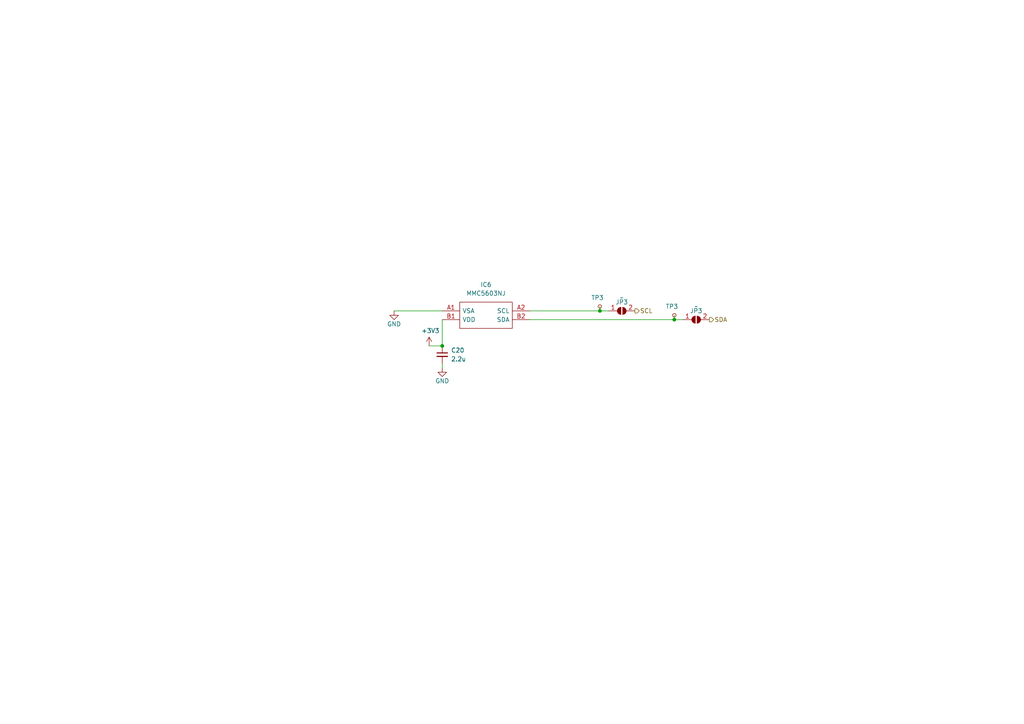
<source format=kicad_sch>
(kicad_sch (version 20230121) (generator eeschema)
  (paper "A4")
  (title_block (title "Avionics Flight Computer") (date "2023-09-04") (rev "1.0") (company "By: Dylan Haussecker"))
  (lib_symbols
    (symbol "Connector:TestPoint_Small" (pin_numbers hide) (pin_names (offset 0.762) hide)
      (property "Reference" "TP" (at 0 3.81 0))
      (property "Value" "TestPoint_Small" (at 0 2.032 0))
      (symbol "TestPoint_Small_0_1"
        (circle (center 0 0) (radius 0.508))
      )
      (symbol "TestPoint_Small_1_1"
        (pin passive line (at 0 0 90) (length 0) (name "1") (number "1"))
      )
    )
    (symbol "Device:C_Small" (pin_numbers hide) (pin_names (offset 0.254) hide)
      (property "Reference" "C" (at 0.254 1.778 0))
      (property "Value" "C_Small" (at 0.254 -2.032 0))
      (symbol "C_Small_0_1"
        (polyline (pts (xy -1.524 -0.508) (xy 1.524 -0.508)) (stroke (width 0.3302)))
        (polyline (pts (xy -1.524 0.508) (xy 1.524 0.508)) (stroke (width 0.3048)))
      )
      (symbol "C_Small_1_1"
        (pin passive line (at 0 2.54 270) (length 2.032) (name "~") (number "1"))
        (pin passive line (at 0 -2.54 90) (length 2.032) (name "~") (number "2"))
      )
    )
    (symbol "Jumper:SolderJumper_2_Open" (pin_names (offset 0) hide)
      (property "Reference" "JP" (at 0 2.032 0))
      (property "Value" "SolderJumper_2_Open" (at 0 -2.54 0))
      (symbol "SolderJumper_2_Open_0_1"
        (arc (start -0.254 1.016) (mid -1.2656 0) (end -0.254 -1.016))
        (arc (start -0.254 1.016) (mid -1.2656 0) (end -0.254 -1.016) (fill (type outline)))
        (polyline (pts (xy -0.254 1.016) (xy -0.254 -1.016)))
        (polyline (pts (xy 0.254 1.016) (xy 0.254 -1.016)))
        (arc (start 0.254 -1.016) (mid 1.2656 0) (end 0.254 1.016))
        (arc (start 0.254 -1.016) (mid 1.2656 0) (end 0.254 1.016) (fill (type outline)))
      )
      (symbol "SolderJumper_2_Open_1_1"
        (pin passive line (at -3.81 0 0) (length 2.54) (name "A") (number "1"))
        (pin passive line (at 3.81 0 180) (length 2.54) (name "B") (number "2"))
      )
    )
    (symbol "LibraryLoader:MMC5603NJ" (pin_names (offset 0.762))
      (property "Reference" "IC" (at 21.59 7.62 0))
      (property "Value" "MMC5603NJ" (at 21.59 5.08 0))
      (symbol "MMC5603NJ_0_0"
        (pin passive line (at 0 0 0) (length 5.08) (name "VSA") (number "A1"))
        (pin passive line (at 25.4 0 180) (length 5.08) (name "SCL") (number "A2"))
        (pin passive line (at 0 -2.54 0) (length 5.08) (name "VDD") (number "B1"))
        (pin passive line (at 25.4 -2.54 180) (length 5.08) (name "SDA") (number "B2"))
      )
      (symbol "MMC5603NJ_0_1"
        (polyline (pts (xy 5.08 2.54) (xy 20.32 2.54) (xy 20.32 -5.08) (xy 5.08 -5.08) (xy 5.08 2.54)) (stroke (width 0.1524)))
      )
    )
    (symbol "power:+3V3" (power) (pin_names (offset 0))
      (property "Value" "+3V3" (at 0 3.556 0))
      (symbol "+3V3_0_1"
        (polyline (pts (xy -0.762 1.27) (xy 0 2.54)))
        (polyline (pts (xy 0 0) (xy 0 2.54)))
        (polyline (pts (xy 0 2.54) (xy 0.762 1.27)))
      )
      (symbol "+3V3_1_1"
        (pin power_in line (at 0 0 90) (length 0) hide (name "+3V3") (number "1"))
      )
    )
    (symbol "power:GND" (power) (pin_names (offset 0))
      (property "Value" "GND" (at 0 -3.81 0))
      (symbol "GND_0_1"
        (polyline (pts (xy 0 0) (xy 0 -1.27) (xy 1.27 -1.27) (xy 0 -2.54) (xy -1.27 -1.27) (xy 0 -1.27)))
      )
      (symbol "GND_1_1"
        (pin power_in line (at 0 0 270) (length 0) hide (name "GND") (number "1"))
      )
    )
  )
  (junction (at 173.99 90.17))
  (junction (at 128.27 100.33))
  (junction (at 195.58 92.71))
  (wire (pts (xy 173.99 90.17) (xy 176.53 90.17)))
  (wire (pts (xy 195.58 92.71) (xy 198.12 92.71)))
  (wire (pts (xy 124.46 100.33) (xy 128.27 100.33)))
  (wire (pts (xy 128.27 105.41) (xy 128.27 106.68)))
  (wire (pts (xy 173.99 88.9) (xy 173.99 90.17)))
  (wire (pts (xy 195.58 91.44) (xy 195.58 92.71)))
  (wire (pts (xy 153.67 90.17) (xy 173.99 90.17)))
  (wire (pts (xy 114.3 90.17) (xy 128.27 90.17)))
  (wire (pts (xy 128.27 92.71) (xy 128.27 100.33)))
  (wire (pts (xy 153.67 92.71) (xy 195.58 92.71)))
  (hierarchical_label "SCL" (shape output) (at 184.15 90.17 0))
  (hierarchical_label "SDA" (shape output) (at 205.74 92.71 0))
  (symbol (lib_id "LibraryLoader:MMC5603NJ") (at 128.27 90.17 0) (unit 1)
    (property "Reference" "IC6" (at 140.97 82.55 0))
    (property "Value" "MMC5603NJ" (at 140.97 85.09 0))
    (property "Footprint" "LibraryLoader:MMC5603NJ" (effects hide))
    (property "Datasheet" "https://www.mouser.de/datasheet/2/821/Memsic_09102019_MMC5603NJ_Datasheet_Rev.B-1635324.pdf" (effects hide))
    (property "Description" "Magnetic Sensors SMD RoHS" (effects hide))
    (property "Height" "0.6" (effects hide))
    (property "Manufacturer_Name" "MEMSIC" (effects hide))
    (property "Manufacturer_Part_Number" "MMC5603NJ" (effects hide))
    (property "Mouser Part Number" "438-MMC5603NJ" (effects hide))
    (property "Mouser Price/Stock" "https://www.mouser.co.uk/ProductDetail/MEMSIC/MMC5603NJ?qs=B6kkDfuK7%2FDOubZFFHvcXw%3D%3D" (effects hide))
    (property "Arrow Part Number" "MMC5603NJ" (effects hide))
    (property "Arrow Price/Stock" "https://www.arrow.com/en/products/mmc5603nj/memsic?region=nac" (effects hide))
  )
  (symbol (lib_id "power:+3V3") (at 124.46 100.33 0) (unit 1)
    (property "Reference" "#PWR09" (effects hide))
    (property "Value" "+3V3" (at 124.841 95.9358 0))
    (instances (project "STM32F405RGT6-Breakout" (path "" (reference "#PWR09") (unit 1))) (project "Flight_Computer_V2" (path "" (reference "#PWR09") (unit 1)) (path "" (reference "#PWR040") (unit 1)) (path "" (reference "#PWR058") (unit 1))) (project "STM32F405RGT6" (path "" (reference "#PWR02") (unit 1))))
  )
  (symbol (lib_id "Jumper:SolderJumper_2_Open") (at 180.34 90.17 0) (unit 1)
    (property "Reference" "JP3" (at 180.34 87.63 0))
    (property "Value" "~" (at 180.34 86.36 0))
    (property "Footprint" "Jumper:SolderJumper-2_P1.3mm_Open_Pad1.0x1.5mm" (effects hide))
    (instances (project "Flight_Computer_V2" (path "" (reference "JP3") (unit 1)) (path "" (reference "JP4") (unit 1)) (path "" (reference "JP18") (unit 1)) (path "" (reference "JP19") (unit 1)) (path "" (reference "JP20") (unit 1)) (path "" (reference "JP21") (unit 1)) (path "" (reference "JP24") (unit 1))))
  )
  (symbol (lib_id "Connector:TestPoint_Small") (at 173.99 88.9 0) (unit 1)
    (property "Reference" "TP3" (at 171.45 86.36 0) (effects (justify left)))
    (property "Value" "TestPoint_Small" (effects hide))
    (property "Footprint" "TestPoint:TestPoint_Pad_D1.0mm" (effects hide))
    (instances (project "Flight_Computer_V2" (path "" (reference "TP3") (unit 1)) (path "" (reference "TP4") (unit 1)) (path "" (reference "TP16") (unit 1)) (path "" (reference "TP17") (unit 1)) (path "" (reference "TP18") (unit 1)) (path "" (reference "TP19") (unit 1)) (path "" (reference "TP22") (unit 1))))
  )
  (symbol (lib_id "power:GND") (at 128.27 106.68 0) (unit 1)
    (property "Reference" "#PWR020" (effects hide))
    (property "Value" "GND" (at 128.27 110.49 0))
    (instances (project "Flight_Computer_V2" (path "" (reference "#PWR020") (unit 1)) (path "" (reference "#PWR060") (unit 1))) (project "avionics_flight_computer" (path "" (reference "#PWR020") (unit 1))))
  )
  (symbol (lib_id "Connector:TestPoint_Small") (at 195.58 91.44 0) (unit 1)
    (property "Reference" "TP3" (at 193.04 88.9 0) (effects (justify left)))
    (property "Value" "TestPoint_Small" (effects hide))
    (property "Footprint" "TestPoint:TestPoint_Pad_D1.0mm" (effects hide))
    (instances (project "Flight_Computer_V2" (path "" (reference "TP3") (unit 1)) (path "" (reference "TP4") (unit 1)) (path "" (reference "TP16") (unit 1)) (path "" (reference "TP17") (unit 1)) (path "" (reference "TP18") (unit 1)) (path "" (reference "TP19") (unit 1)) (path "" (reference "TP20") (unit 1))))
  )
  (symbol (lib_id "Device:C_Small") (at 128.27 102.87 0) (unit 1)
    (property "Reference" "C20" (at 130.81 101.6063 0) (effects (justify left)))
    (property "Value" "2.2u" (at 130.81 104.1463 0) (effects (justify left)))
    (property "Footprint" "Capacitor_SMD:C_0603_1608Metric" (effects hide))
  )
  (symbol (lib_id "power:GND") (at 114.3 90.17 0) (unit 1)
    (property "Reference" "#PWR020" (effects hide))
    (property "Value" "GND" (at 114.3 93.98 0))
    (instances (project "Flight_Computer_V2" (path "" (reference "#PWR020") (unit 1)) (path "" (reference "#PWR057") (unit 1))) (project "avionics_flight_computer" (path "" (reference "#PWR020") (unit 1))))
  )
  (symbol (lib_id "Jumper:SolderJumper_2_Open") (at 201.93 92.71 0) (unit 1)
    (property "Reference" "JP3" (at 201.93 90.17 0))
    (property "Value" "~" (at 201.93 88.9 0))
    (property "Footprint" "Jumper:SolderJumper-2_P1.3mm_Open_Pad1.0x1.5mm" (effects hide))
    (instances (project "Flight_Computer_V2" (path "" (reference "JP3") (unit 1)) (path "" (reference "JP4") (unit 1)) (path "" (reference "JP18") (unit 1)) (path "" (reference "JP19") (unit 1)) (path "" (reference "JP20") (unit 1)) (path "" (reference "JP21") (unit 1)) (path "" (reference "JP22") (unit 1))))
  )
)
</source>
